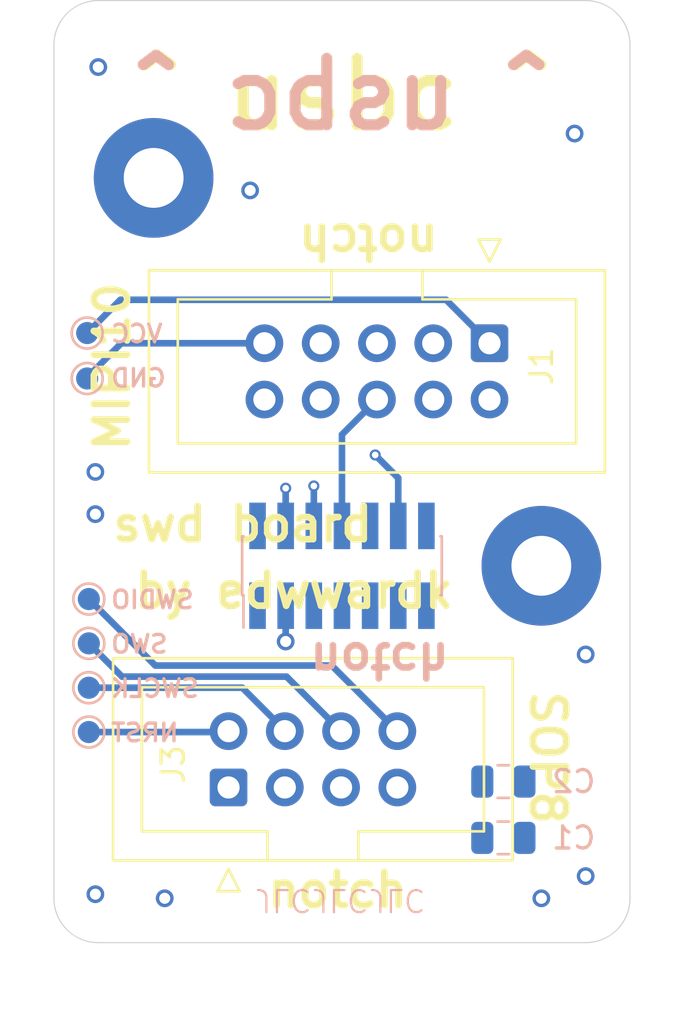
<source format=kicad_pcb>
(kicad_pcb (version 20240108) (generator "pcbnew") (generator_version "8.0")
  (layers (0 "F.Cu" signal) (1 "In1.Cu" signal) (2 "In2.Cu" signal) (3 "In3.Cu" signal) (4 "In4.Cu" signal) (31 "B.Cu" signal) (34 "B.Paste" user) (35 "F.Paste" user) (36 "B.SilkS" user "B.Silkscreen") (37 "F.SilkS" user "F.Silkscreen") (38 "B.Mask" user) (39 "F.Mask" user) (44 "Edge.Cuts" user))
  (net 0 "")
  (net 1 "GND")
  (net 4 "SWCLK")
  (net 5 "NRST")
  (net 6 "VCC")
  (net 7 "SWO")
  (net 8 "SWDIO")
  (footprint "MountingHole:MountingHole_2.7mm_M2.5_Pad" (layer "F.Cu") (at 105.5 75)
    (property "Reference" "H1" (hide yes))
    (property "Value" "MountingHole_Pad")
    (pad "1" thru_hole circle (at 0 0) (size 5.4 5.4) (drill 2.7) (layers "*.Cu" "*.Mask") (net 1 "GND"))
  )
  (footprint "Connector_IDC:IDC-Header_2x05_P2.54mm_Vertical" (layer "F.Cu") (at 120.66 82.46 -90)
    (property "Reference" "J1" (at 1.04 -2.34 90) (layer "F.SilkS"))
    (property "Value" "Conn_ARM_JTAG_SWD_10")
    (fp_line (start -3.29 15.37) (end -3.29 -5.21) (stroke (width 0.12)) (layer "F.SilkS"))
    (fp_line (start 5.83 15.37) (end -3.29 15.37) (stroke (width 0.12)) (layer "F.SilkS"))
    (fp_line (start -1.98 14.07) (end -1.98 7.13) (stroke (width 0.12)) (layer "F.SilkS"))
    (fp_line (start 4.52 14.07) (end -1.98 14.07) (stroke (width 0.12)) (layer "F.SilkS"))
    (fp_line (start -1.98 7.13) (end -3.29 7.13) (stroke (width 0.12)) (layer "F.SilkS"))
    (fp_line (start -1.98 7.13) (end -1.98 7.13) (stroke (width 0.12)) (layer "F.SilkS"))
    (fp_line (start -3.29 3.03) (end -1.98 3.03) (stroke (width 0.12)) (layer "F.SilkS"))
    (fp_line (start -1.98 3.03) (end -1.98 -3.91) (stroke (width 0.12)) (layer "F.SilkS"))
    (fp_line (start -4.68 0.5) (end -3.68 0) (stroke (width 0.12)) (layer "F.SilkS"))
    (fp_line (start -3.68 0) (end -4.68 -0.5) (stroke (width 0.12)) (layer "F.SilkS"))
    (fp_line (start -4.68 -0.5) (end -4.68 0.5) (stroke (width 0.12)) (layer "F.SilkS"))
    (fp_line (start -1.98 -3.91) (end 4.52 -3.91) (stroke (width 0.12)) (layer "F.SilkS"))
    (fp_line (start 4.52 -3.91) (end 4.52 14.07) (stroke (width 0.12)) (layer "F.SilkS"))
    (fp_line (start -3.29 -5.21) (end 5.83 -5.21) (stroke (width 0.12)) (layer "F.SilkS"))
    (fp_line (start 5.83 -5.21) (end 5.83 15.37) (stroke (width 0.12)) (layer "F.SilkS"))
    (pad "1" thru_hole roundrect (at 0 0 270) (size 1.7 1.7) (drill 1) (layers "*.Cu" "*.Mask") (roundrect_rratio 0.147059) (net 6 "VCC"))
    (pad "2" thru_hole circle (at 2.54 0 270) (size 1.7 1.7) (drill 1) (layers "*.Cu" "*.Mask") (net 8 "SWDIO"))
    (pad "3" thru_hole circle (at 0 2.54 270) (size 1.7 1.7) (drill 1) (layers "*.Cu" "*.Mask") (net 1 "GND"))
    (pad "4" thru_hole circle (at 2.54 2.54 270) (size 1.7 1.7) (drill 1) (layers "*.Cu" "*.Mask") (net 4 "SWCLK"))
    (pad "5" thru_hole circle (at 0 5.08 270) (size 1.7 1.7) (drill 1) (layers "*.Cu" "*.Mask") (net 1 "GND"))
    (pad "6" thru_hole circle (at 2.54 5.08 270) (size 1.7 1.7) (drill 1) (layers "*.Cu" "*.Mask") (net 7 "SWO"))
    (pad "7" thru_hole circle (at 0 7.62 270) (size 1.7 1.7) (drill 1) (layers "*.Cu" "*.Mask"))
    (pad "8" thru_hole circle (at 2.54 7.62 270) (size 1.7 1.7) (drill 1) (layers "*.Cu" "*.Mask"))
    (pad "9" thru_hole circle (at 0 10.16 270) (size 1.7 1.7) (drill 1) (layers "*.Cu" "*.Mask") (net 1 "GND"))
    (pad "10" thru_hole circle (at 2.54 10.16 270) (size 1.7 1.7) (drill 1) (layers "*.Cu" "*.Mask") (net 5 "NRST"))
  )
  (footprint "MountingHole:MountingHole_2.7mm_M2.5_Pad" (layer "F.Cu") (at 123 92.5)
    (property "Reference" "H2" (hide yes))
    (property "Value" "MountingHole_Pad")
    (pad "1" thru_hole circle (at 0 0) (size 5.4 5.4) (drill 2.7) (layers "*.Cu" "*.Mask") (net 1 "GND"))
  )
  (footprint "Connector_IDC:IDC-Header_2x04_P2.54mm_Vertical" (layer "F.Cu") (at 108.88 102.5 90)
    (property "Reference" "J3" (at 1.04 -2.5 -90) (layer "F.SilkS"))
    (property "Value" "Conn_02x04_Counter_Clockwise")
    (fp_line (start 5.83 -5.21) (end 5.83 12.83) (stroke (width 0.12)) (layer "F.SilkS"))
    (fp_line (start -3.29 -5.21) (end 5.83 -5.21) (stroke (width 0.12)) (layer "F.SilkS"))
    (fp_line (start 4.52 -3.91) (end 4.52 11.53) (stroke (width 0.12)) (layer "F.SilkS"))
    (fp_line (start -1.98 -3.91) (end 4.52 -3.91) (stroke (width 0.12)) (layer "F.SilkS"))
    (fp_line (start -4.68 -0.5) (end -4.68 0.5) (stroke (width 0.12)) (layer "F.SilkS"))
    (fp_line (start -3.68 0) (end -4.68 -0.5) (stroke (width 0.12)) (layer "F.SilkS"))
    (fp_line (start -4.68 0.5) (end -3.68 0) (stroke (width 0.12)) (layer "F.SilkS"))
    (fp_line (start -1.98 1.76) (end -1.98 -3.91) (stroke (width 0.12)) (layer "F.SilkS"))
    (fp_line (start -3.29 1.76) (end -1.98 1.76) (stroke (width 0.12)) (layer "F.SilkS"))
    (fp_line (start -1.98 5.86) (end -1.98 5.86) (stroke (width 0.12)) (layer "F.SilkS"))
    (fp_line (start -1.98 5.86) (end -3.29 5.86) (stroke (width 0.12)) (layer "F.SilkS"))
    (fp_line (start 4.52 11.53) (end -1.98 11.53) (stroke (width 0.12)) (layer "F.SilkS"))
    (fp_line (start -1.98 11.53) (end -1.98 5.86) (stroke (width 0.12)) (layer "F.SilkS"))
    (fp_line (start 5.83 12.83) (end -3.29 12.83) (stroke (width 0.12)) (layer "F.SilkS"))
    (fp_line (start -3.29 12.83) (end -3.29 -5.21) (stroke (width 0.12)) (layer "F.SilkS"))
    (pad "1" thru_hole roundrect (at 0 0 90) (size 1.7 1.7) (drill 1) (layers "*.Cu" "*.Mask") (roundrect_rratio 0.147059) (net 6 "VCC"))
    (pad "2" thru_hole circle (at 2.54 0 90) (size 1.7 1.7) (drill 1) (layers "*.Cu" "*.Mask") (net 5 "NRST"))
    (pad "3" thru_hole circle (at 0 2.54 90) (size 1.7 1.7) (drill 1) (layers "*.Cu" "*.Mask"))
    (pad "4" thru_hole circle (at 2.54 2.54 90) (size 1.7 1.7) (drill 1) (layers "*.Cu" "*.Mask") (net 4 "SWCLK"))
    (pad "5" thru_hole circle (at 0 5.08 90) (size 1.7 1.7) (drill 1) (layers "*.Cu" "*.Mask"))
    (pad "6" thru_hole circle (at 2.54 5.08 90) (size 1.7 1.7) (drill 1) (layers "*.Cu" "*.Mask") (net 7 "SWO"))
    (pad "7" thru_hole circle (at 0 7.62 90) (size 1.7 1.7) (drill 1) (layers "*.Cu" "*.Mask") (net 1 "GND"))
    (pad "8" thru_hole circle (at 2.54 7.62 90) (size 1.7 1.7) (drill 1) (layers "*.Cu" "*.Mask") (net 8 "SWDIO"))
  )
  (footprint "TestPoint:TestPoint_Pad_D1.0mm" (layer "B.Cu") (at 102.575 94 180)
    (property "Reference" "TP1" (hide yes))
    (property "Value" "SWDIO" (hide yes))
    (fp_circle (center 0 0) (end 0 -0.7) (stroke (width 0.12)) (fill none) (layer "B.SilkS"))
    (pad "1" smd circle (at 0 0 180) (size 1 1) (layers "B.Cu" "B.Mask") (net 8 "SWDIO"))
  )
  (footprint "TestPoint:TestPoint_Pad_D1.0mm" (layer "B.Cu") (at 102.5 84.05 180)
    (property "Reference" "TP6" (hide yes))
    (property "Value" "GND" (hide yes))
    (fp_circle (center 0 0) (end 0 -0.7) (stroke (width 0.12)) (fill none) (layer "B.SilkS"))
    (pad "1" smd circle (at 0 0 180) (size 1 1) (layers "B.Cu" "B.Mask") (net 1 "GND"))
  )
  (footprint "TestPoint:TestPoint_Pad_D1.0mm" (layer "B.Cu") (at 102.575 98 180)
    (property "Reference" "TP3" (hide yes))
    (property "Value" "SWCLK" (hide yes))
    (fp_circle (center 0 0) (end 0 -0.7) (stroke (width 0.12)) (fill none) (layer "B.SilkS"))
    (pad "1" smd circle (at 0 0 180) (size 1 1) (layers "B.Cu" "B.Mask") (net 4 "SWCLK"))
  )
  (footprint "Capacitor_SMD:C_0805_2012Metric" (layer "B.Cu") (at 121.285 102.235 180)
    (property "Reference" "C2" (at -3.175 0 180) (layer "B.SilkS") (effects (justify mirror)))
    (property "Value" "C")
    (fp_line (start 0.261252 0.735) (end -0.261252 0.735) (stroke (width 0.12)) (layer "B.SilkS"))
    (fp_line (start 0.261252 -0.735) (end -0.261252 -0.735) (stroke (width 0.12)) (layer "B.SilkS"))
    (pad "1" smd roundrect (at -0.95 0 180) (size 1 1.45) (layers "B.Cu" "B.Paste" "B.Mask") (net 6 "VCC"))
    (pad "2" smd roundrect (at 0.95 0 180) (size 1 1.45) (layers "B.Cu" "B.Paste" "B.Mask") (net 1 "GND"))
  )
  (footprint "Capacitor_SMD:C_0805_2012Metric" (layer "B.Cu") (at 121.285 104.775 180)
    (property "Reference" "C1" (at -3.175 0 180) (layer "B.SilkS") (effects (justify mirror)))
    (property "Value" "C")
    (fp_line (start 0.261252 0.735) (end -0.261252 0.735) (stroke (width 0.12)) (layer "B.SilkS"))
    (fp_line (start 0.261252 -0.735) (end -0.261252 -0.735) (stroke (width 0.12)) (layer "B.SilkS"))
    (pad "1" smd roundrect (at -0.95 0 180) (size 1 1.45) (layers "B.Cu" "B.Paste" "B.Mask") (net 6 "VCC"))
    (pad "2" smd roundrect (at 0.95 0 180) (size 1 1.45) (layers "B.Cu" "B.Paste" "B.Mask") (net 1 "GND"))
  )
  (footprint "TestPoint:TestPoint_Pad_D1.0mm" (layer "B.Cu") (at 102.5 82 180)
    (property "Reference" "TP5" (hide yes))
    (property "Value" "VCC" (hide yes))
    (fp_circle (center 0 0) (end 0 -0.7) (stroke (width 0.12)) (fill none) (layer "B.SilkS"))
    (pad "1" smd circle (at 0 0 180) (size 1 1) (layers "B.Cu" "B.Mask") (net 6 "VCC"))
  )
  (footprint "TestPoint:TestPoint_Pad_D1.0mm" (layer "B.Cu") (at 102.575 96 180)
    (property "Reference" "TP2" (hide yes))
    (property "Value" "SWO" (hide yes))
    (fp_circle (center 0 0) (end 0 -0.7) (stroke (width 0.12)) (fill none) (layer "B.SilkS"))
    (pad "1" smd circle (at 0 0 180) (size 1 1) (layers "B.Cu" "B.Mask") (net 7 "SWO"))
  )
  (footprint "Connector_PinSocket_1.27mm:PinSocket_2x07_P1.27mm_Vertical_SMD" (layer "B.Cu") (at 114 92.5 -90)
    (property "Reference" "J2" (hide yes))
    (property "Value" "Conn_ST_STDC14")
    (fp_line (start 1.33 4.505) (end -1.33 4.505) (stroke (width 0.12)) (layer "B.SilkS"))
    (fp_line (start -1.33 4.445) (end -1.33 4.505) (stroke (width 0.12)) (layer "B.SilkS"))
    (fp_line (start 1.33 4.445) (end 1.33 4.505) (stroke (width 0.12)) (layer "B.SilkS"))
    (fp_line (start 2.79 4.445) (end 1.33 4.445) (stroke (width 0.12)) (layer "B.SilkS"))
    (fp_line (start -1.33 -4.505) (end -1.33 -4.445) (stroke (width 0.12)) (layer "B.SilkS"))
    (fp_line (start 1.33 -4.505) (end 1.33 -4.445) (stroke (width 0.12)) (layer "B.SilkS"))
    (fp_line (start 1.33 -4.505) (end -1.33 -4.505) (stroke (width 0.12)) (layer "B.SilkS"))
    (pad "1" smd rect (at 1.8 3.81 270) (size 2.1 0.75) (layers "B.Cu" "B.Paste" "B.Mask"))
    (pad "2" smd rect (at -1.8 3.81 270) (size 2.1 0.75) (layers "B.Cu" "B.Paste" "B.Mask"))
    (pad "3" smd rect (at 1.8 2.54 270) (size 2.1 0.75) (layers "B.Cu" "B.Paste" "B.Mask") (net 6 "VCC"))
    (pad "4" smd rect (at -1.8 2.54 270) (size 2.1 0.75) (layers "B.Cu" "B.Paste" "B.Mask") (net 8 "SWDIO"))
    (pad "5" smd rect (at 1.8 1.27 270) (size 2.1 0.75) (layers "B.Cu" "B.Paste" "B.Mask") (net 1 "GND"))
    (pad "6" smd rect (at -1.8 1.27 270) (size 2.1 0.75) (layers "B.Cu" "B.Paste" "B.Mask") (net 4 "SWCLK"))
    (pad "7" smd rect (at 1.8 0 270) (size 2.1 0.75) (layers "B.Cu" "B.Paste" "B.Mask") (net 1 "GND"))
    (pad "8" smd rect (at -1.8 0 270) (size 2.1 0.75) (layers "B.Cu" "B.Paste" "B.Mask") (net 7 "SWO"))
    (pad "9" smd rect (at 1.8 -1.27 270) (size 2.1 0.75) (layers "B.Cu" "B.Paste" "B.Mask"))
    (pad "10" smd rect (at -1.8 -1.27 270) (size 2.1 0.75) (layers "B.Cu" "B.Paste" "B.Mask"))
    (pad "11" smd rect (at 1.8 -2.54 270) (size 2.1 0.75) (layers "B.Cu" "B.Paste" "B.Mask") (net 1 "GND"))
    (pad "12" smd rect (at -1.8 -2.54 270) (size 2.1 0.75) (layers "B.Cu" "B.Paste" "B.Mask") (net 5 "NRST"))
    (pad "13" smd rect (at 1.8 -3.81 270) (size 2.1 0.75) (layers "B.Cu" "B.Paste" "B.Mask"))
    (pad "14" smd rect (at -1.8 -3.81 270) (size 2.1 0.75) (layers "B.Cu" "B.Paste" "B.Mask"))
  )
  (footprint "TestPoint:TestPoint_Pad_D1.0mm" (layer "B.Cu") (at 102.575 100 180)
    (property "Reference" "TP4" (hide yes))
    (property "Value" "NRST" (hide yes))
    (fp_circle (center 0 0) (end 0 -0.7) (stroke (width 0.12)) (fill none) (layer "B.SilkS"))
    (pad "1" smd circle (at 0 0 180) (size 1 1) (layers "B.Cu" "B.Mask") (net 5 "NRST"))
  )
  (gr_line (start 103 67) (end 124.99999 67) (stroke (width 0.05)) (layer "Edge.Cuts"))
  (gr_arc (start 126.99999 107.5) (mid 126.414203 108.91421) (end 124.99999 109.5) (stroke (width 0.05)) (layer "Edge.Cuts"))
  (gr_arc (start 124.99999 67) (mid 126.41421 67.585783) (end 126.99999 69) (stroke (width 0.05)) (layer "Edge.Cuts"))
  (gr_arc (start 101 69) (mid 101.585786 67.585786) (end 103 67) (stroke (width 0.05)) (layer "Edge.Cuts"))
  (gr_line (start 124.99999 109.5) (end 103 109.5) (stroke (width 0.05)) (layer "Edge.Cuts"))
  (gr_line (start 101 107.5) (end 101 69) (stroke (width 0.05)) (layer "Edge.Cuts"))
  (gr_arc (start 103 109.5) (mid 101.585786 108.914214) (end 101 107.5) (stroke (width 0.05)) (layer "Edge.Cuts"))
  (gr_line (start 126.99999 69) (end 126.99999 107.5) (stroke (width 0.05)) (layer "Edge.Cuts"))
  (gr_text "GND" (at 103.5 84.5 0) (layer "B.SilkS") (effects (font (size 0.8 0.8) (thickness 0.15) (bold yes)) (justify right bottom mirror)))
  (gr_text "NRST" (at 103.5 100.5 0) (layer "B.SilkS") (effects (font (size 0.8 0.8) (thickness 0.15) (bold yes)) (justify right bottom mirror)))
  (gr_text "^ usbc ^" (at 123.5 73 -0) (layer "B.SilkS") (effects (font (size 3 3) (thickness 0.5) (bold yes)) (justify left bottom mirror)))
  (gr_text "notch" (at 112.395 95.885 180) (layer "B.SilkS") (effects (font (size 1.5 1.5) (thickness 0.3) (bold yes)) (justify left bottom mirror)))
  (gr_text "SWO" (at 103.5 96.5 0) (layer "B.SilkS") (effects (font (size 0.8 0.8) (thickness 0.15) (bold yes)) (justify right bottom mirror)))
  (gr_text "SWCLK" (at 103.5 98.5 0) (layer "B.SilkS") (effects (font (size 0.8 0.8) (thickness 0.15) (bold yes)) (justify right bottom mirror)))
  (gr_text "JLCJLCJLC" (at 110 107 180) (layer "B.SilkS") (effects (font (size 1 1) (thickness 0.1)) (justify left bottom mirror)))
  (gr_text "SWDIO" (at 103.5 94.5 0) (layer "B.SilkS") (effects (font (size 0.8 0.8) (thickness 0.15) (bold yes)) (justify right bottom mirror)))
  (gr_text "VCC" (at 103.5 82.5 0) (layer "B.SilkS") (effects (font (size 0.8 0.8) (thickness 0.15) (bold yes)) (justify right bottom mirror)))
  (gr_text "SOP8" (at 122.42 98 -90) (layer "F.SilkS") (effects (font (size 1.5 1.5) (thickness 0.3) (bold yes)) (justify left bottom)))
  (gr_text "^ usbc ^" (at 104.5 73 0) (layer "F.SilkS") (effects (font (size 3 3) (thickness 0.5) (bold yes)) (justify left bottom)))
  (gr_text "by edwwardk" (at 104.5 94.5 0) (layer "F.SilkS") (effects (font (size 1.5 1.5) (thickness 0.3) (bold yes)) (justify left bottom)))
  (gr_text "swd board" (at 103.5 91.5 0) (layer "F.SilkS") (effects (font (size 1.5 1.5) (thickness 0.3) (bold yes)) (justify left bottom)))
  (gr_text "MIPI10" (at 104.5 87.46 90) (layer "F.SilkS") (effects (font (size 1.5 1.5) (thickness 0.3) (bold yes)) (justify left bottom)))
  (gr_text "notch" (at 118.5 77 180) (layer "F.SilkS") (effects (font (size 1.5 1.5) (thickness 0.3) (bold yes)) (justify left bottom)))
  (gr_text "notch" (at 110.5 108 0) (layer "F.SilkS") (effects (font (size 1.5 1.5) (thickness 0.3) (bold yes)) (justify left bottom)))
  (via (at 124.5 73) (size 0.8) (drill 0.5) (layers "F.Cu" "B.Cu") (net 1))
  (via (at 125 106.5) (size 0.8) (drill 0.5) (layers "F.Cu" "B.Cu") (net 1))
  (via (at 102.87 90.17) (size 0.8) (drill 0.5) (layers "F.Cu" "B.Cu") (net 1))
  (via (at 106 107.5) (size 0.8) (drill 0.5) (layers "F.Cu" "B.Cu") (net 1))
  (segment (start 102.5 84) (end 104.04 82.46) (width 0.3) (layer "B.Cu") (net 1))
  (segment (start 102.5 84.05) (end 102.5 84) (width 0.3) (layer "B.Cu") (net 1))
  (segment (start 104.04 82.46) (end 110.5 82.46) (width 0.3) (layer "B.Cu") (net 1))
  (via (at 112.73 88.9) (size 0.5) (drill 0.3) (layers "F.Cu" "B.Cu") (net 4))
  (segment (start 111.42 99.96) (end 111.42 99.92) (width 0.3) (layer "B.Cu") (net 4))
  (segment (start 112.73 88.9) (end 112.73 90.7) (width 0.3) (layer "B.Cu") (net 4))
  (segment (start 109.5 98) (end 102.575 98) (width 0.3) (layer "B.Cu") (net 4))
  (segment (start 111.42 99.92) (end 109.5 98) (width 0.3) (layer "B.Cu") (net 4))
  (via (at 115.5 87.5) (size 0.5) (drill 0.3) (layers "F.Cu" "B.Cu") (net 5))
  (segment (start 115.5 87.5) (end 116.54 88.54) (width 0.3) (layer "B.Cu") (net 5))
  (segment (start 116.54 88.54) (end 116.54 90.7) (width 0.3) (layer "B.Cu") (net 5))
  (segment (start 108.84 100) (end 102.575 100) (width 0.3) (layer "B.Cu") (net 5))
  (segment (start 108.88 99.96) (end 108.84 100) (width 0.3) (layer "B.Cu") (net 5))
  (via (at 125 96.5) (size 0.8) (drill 0.5) (layers "F.Cu" "B.Cu") (net 6))
  (via (at 123 107.5) (size 0.8) (drill 0.5) (layers "F.Cu" "B.Cu") (net 6))
  (via (at 111.46 95.915) (size 0.8) (drill 0.5) (layers "F.Cu" "B.Cu") (net 6))
  (via (at 102.87 88.265) (size 0.8) (drill 0.5) (layers "F.Cu" "B.Cu") (net 6))
  (via (at 102.87 107.315) (size 0.8) (drill 0.5) (layers "F.Cu" "B.Cu") (net 6))
  (via (at 109.855 75.565) (size 0.8) (drill 0.5) (layers "F.Cu" "B.Cu") (net 6))
  (via (at 103 70) (size 0.8) (drill 0.5) (layers "F.Cu" "B.Cu") (net 6))
  (segment (start 104 80.5) (end 102.5 82) (width 0.3) (layer "B.Cu") (net 6))
  (segment (start 120.66 82.46) (end 118.7 80.5) (width 0.3) (layer "B.Cu") (net 6))
  (segment (start 111.46 95.915) (end 111.46 94.3) (width 0.3) (layer "B.Cu") (net 6))
  (segment (start 118.7 80.5) (end 104 80.5) (width 0.3) (layer "B.Cu") (net 6))
  (segment (start 114 86.58) (end 115.58 85) (width 0.3) (layer "B.Cu") (net 7))
  (segment (start 113.96 99.96) (end 111.5 97.5) (width 0.3) (layer "B.Cu") (net 7))
  (segment (start 104.075 97.5) (end 102.575 96) (width 0.3) (layer "B.Cu") (net 7))
  (segment (start 111.5 97.5) (end 104.075 97.5) (width 0.3) (layer "B.Cu") (net 7))
  (segment (start 114 90.7) (end 114 86.58) (width 0.3) (layer "B.Cu") (net 7))
  (via (at 111.46 89) (size 0.5) (drill 0.3) (layers "F.Cu" "B.Cu") (net 8))
  (segment (start 111.46 89) (end 111.46 90.7) (width 0.3) (layer "B.Cu") (net 8))
  (segment (start 105.575 97) (end 102.575 94) (width 0.3) (layer "B.Cu") (net 8))
  (segment (start 113.54 97) (end 105.575 97) (width 0.3) (layer "B.Cu") (net 8))
  (segment (start 116.5 99.96) (end 113.54 97) (width 0.3) (layer "B.Cu") (net 8))
)
</source>
